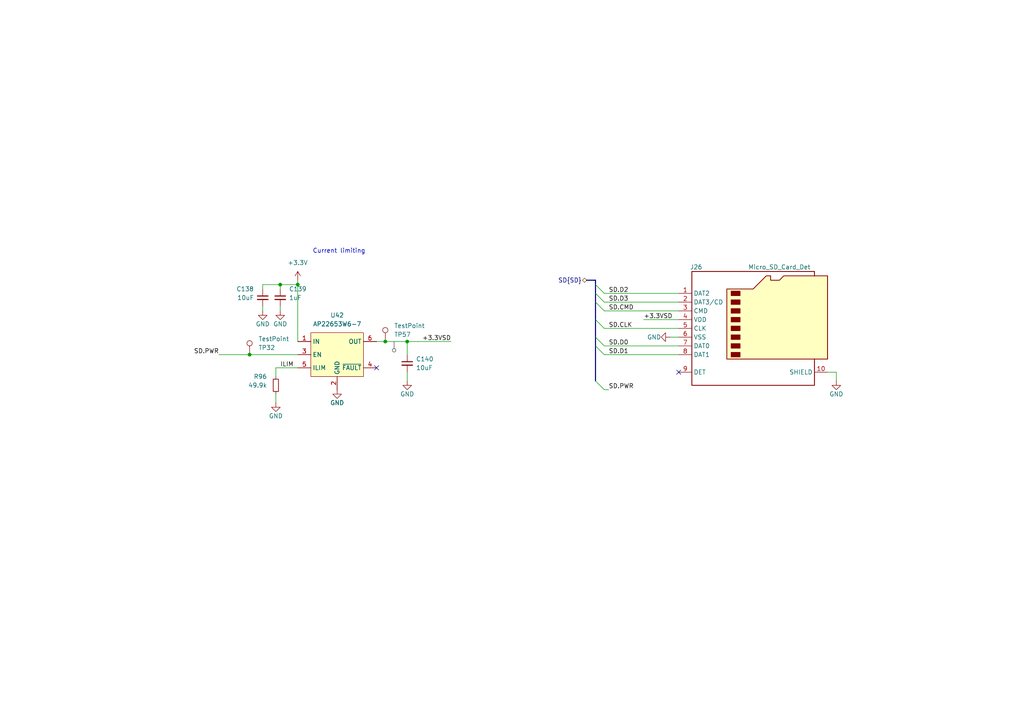
<source format=kicad_sch>
(kicad_sch (version 20250114) (generator "eeschema") (generator_version "9.0")
  (paper "A4")
  (title_block (title "HALPI2") (date "2025-08-15") (rev "v0.5.0") (company "Hat Labs Oy") (comment 1 "https://ohwr.org/cern_ohl_s_v2.pdf") (comment 2 "To view a copy of this license, visit ") (comment 3 "HALPI2 is licensed under CERN-OHL-S v2."))
  (lib_symbols
    (symbol "Connector:Micro_SD_Card_Det1"
      (property "Reference" "J" (at -16.51 17.78 0))
      (property "Value" "Micro_SD_Card_Det1" (at 16.51 17.78 0))
      (symbol "Micro_SD_Card_Det1_0_1"
        (polyline (pts (xy -8.89 -8.89) (xy -8.89 11.43) (xy -1.27 11.43) (xy 2.54 15.24) (xy 3.81 15.24) (xy 3.81 13.97) (xy 6.35 13.97) (xy 7.62 15.24) (xy 20.32 15.24) (xy 20.32 -8.89) (xy -8.89 -8.89)) (stroke (width 0.254)) (fill (type background)))
        (rectangle (start -7.62 10.795) (end -5.08 9.525) (stroke (width 0.254)) (fill (type outline)))
        (rectangle (start -7.62 8.255) (end -5.08 6.985) (stroke (width 0.254)) (fill (type outline)))
        (rectangle (start -7.62 5.715) (end -5.08 4.445) (stroke (width 0.254)) (fill (type outline)))
        (rectangle (start -7.62 3.175) (end -5.08 1.905) (stroke (width 0.254)) (fill (type outline)))
        (rectangle (start -7.62 0.635) (end -5.08 -0.635) (stroke (width 0.254)) (fill (type outline)))
        (rectangle (start -7.62 -1.905) (end -5.08 -3.175) (stroke (width 0.254)) (fill (type outline)))
        (rectangle (start -7.62 -4.445) (end -5.08 -5.715) (stroke (width 0.254)) (fill (type outline)))
        (rectangle (start -7.62 -6.985) (end -5.08 -8.255) (stroke (width 0.254)) (fill (type outline)))
        (polyline (pts (xy 16.51 15.24) (xy 16.51 16.51) (xy -19.05 16.51) (xy -19.05 -16.51) (xy 16.51 -16.51) (xy 16.51 -8.89)) (stroke (width 0.254)))
      )
      (symbol "Micro_SD_Card_Det1_1_1"
        (pin bidirectional line (at -22.86 10.16 0) (length 3.81) (name "DAT2") (number "1"))
        (pin bidirectional line (at -22.86 7.62 0) (length 3.81) (name "DAT3/CD") (number "2"))
        (pin input line (at -22.86 5.08 0) (length 3.81) (name "CMD") (number "3"))
        (pin power_in line (at -22.86 2.54 0) (length 3.81) (name "VDD") (number "4"))
        (pin input line (at -22.86 0 0) (length 3.81) (name "CLK") (number "5"))
        (pin power_in line (at -22.86 -2.54 0) (length 3.81) (name "VSS") (number "6"))
        (pin bidirectional line (at -22.86 -5.08 0) (length 3.81) (name "DAT0") (number "7"))
        (pin bidirectional line (at -22.86 -7.62 0) (length 3.81) (name "DAT1") (number "8"))
        (pin passive line (at -22.86 -12.7 0) (length 3.81) (name "DET") (number "9"))
        (pin passive line (at 20.32 -12.7 180) (length 3.81) (name "SHIELD") (number "10"))
      )
    )
    (symbol "Connector:TestPoint" (pin_numbers (hide yes)) (pin_names (offset 0.762) (hide yes))
      (property "Reference" "TP" (at 0 6.858 0))
      (property "Value" "TestPoint" (at 0 5.08 0))
      (symbol "TestPoint_0_1"
        (circle (center 0 3.302) (radius 0.762))
      )
      (symbol "TestPoint_1_1"
        (pin passive line (at 0 0 90) (length 2.54) (name "1") (number "1"))
      )
    )
    (symbol "Device:C_Small" (pin_numbers (hide yes)) (pin_names (offset 0.254) (hide yes))
      (property "Reference" "C" (at 0.254 1.778 0))
      (property "Value" "C_Small" (at 0.254 -2.032 0))
      (symbol "C_Small_0_1"
        (polyline (pts (xy -1.524 0.508) (xy 1.524 0.508)) (stroke (width 0.3048)))
        (polyline (pts (xy -1.524 -0.508) (xy 1.524 -0.508)) (stroke (width 0.3302)))
      )
      (symbol "C_Small_1_1"
        (pin passive line (at 0 2.54 270) (length 2.032) (name "~") (number "1"))
        (pin passive line (at 0 -2.54 90) (length 2.032) (name "~") (number "2"))
      )
    )
    (symbol "Device:R_Small" (pin_numbers (hide yes)) (pin_names (offset 0.254) (hide yes))
      (property "Reference" "R" (at 0 0 90))
      (property "Value" "R_Small" (at 1.778 0 90))
      (symbol "R_Small_0_1"
        (rectangle (start -0.762 1.778) (end 0.762 -1.778) (stroke (width 0.2032)))
      )
      (symbol "R_Small_1_1"
        (pin passive line (at 0 2.54 270) (length 0.762) (name "~") (number "1"))
        (pin passive line (at 0 -2.54 90) (length 0.762) (name "~") (number "2"))
      )
    )
    (symbol "Hatlabs:AP22653"
      (property "Reference" "U" (at 0 7.62 0))
      (property "Value" "AP22653W6-7" (at 0 9.652 0))
      (symbol "AP22653_1_1"
        (rectangle (start -7.62 6.35) (end 7.62 -6.35) (fill (type background)))
        (pin power_in line (at -11.43 3.81 0) (length 3.81) (name "IN") (number "1"))
        (pin input line (at -11.43 0 0) (length 3.81) (name "EN") (number "3"))
        (pin passive line (at -11.43 -3.81 0) (length 3.81) (name "ILIM") (number "5"))
        (pin power_in line (at 0 -10.16 90) (length 3.81) (name "GND") (number "2"))
        (pin power_out line (at 11.43 3.81 180) (length 3.81) (name "OUT") (number "6"))
        (pin output line (at 11.43 -3.81 180) (length 3.81) (name "~{FAULT}") (number "4"))
      )
    )
    (symbol "power:+3.3V" (power) (pin_numbers (hide yes)) (pin_names (offset 0) (hide yes))
      (property "Value" "+3.3V" (at 0 3.556 0))
      (symbol "+3.3V_0_1"
        (polyline (pts (xy -0.762 1.27) (xy 0 2.54)))
        (polyline (pts (xy 0 2.54) (xy 0.762 1.27)))
        (polyline (pts (xy 0 0) (xy 0 2.54)))
      )
      (symbol "+3.3V_1_1"
        (pin power_in line (at 0 0 90) (length 0) (name "~") (number "1"))
      )
    )
    (symbol "power:GND" (power) (pin_numbers (hide yes)) (pin_names (offset 0) (hide yes))
      (property "Value" "GND" (at 0 -3.81 0))
      (symbol "GND_0_1"
        (polyline (pts (xy 0 0) (xy 0 -1.27) (xy 1.27 -1.27) (xy 0 -2.54) (xy -1.27 -1.27) (xy 0 -1.27)))
      )
      (symbol "GND_1_1"
        (pin power_in line (at 0 0 270) (length 0) (name "~") (number "1"))
      )
    )
  )
  (text "Current limiting" (at 90.678 72.898 0) (effects (font (size 1.27 1.27)) (justify left)))
  (junction (at 81.28 82.55))
  (junction (at 118.11 99.06) (diameter 0.9144))
  (junction (at 111.76 99.06))
  (junction (at 86.36 82.55))
  (junction (at 72.39 102.87))
  (no_connect (at 196.85 107.95))
  (no_connect (at 109.22 106.68))
  (bus_entry (at 172.72 85.09) (size 2.54 2.54) (stroke (width 0.1524)))
  (bus_entry (at 172.72 110.49) (size 2.54 2.54) (stroke (width 0.1524)))
  (bus_entry (at 172.72 97.79) (size 2.54 2.54) (stroke (width 0.1524)))
  (bus_entry (at 172.72 92.71) (size 2.54 2.54) (stroke (width 0.1524)))
  (bus_entry (at 172.72 87.63) (size 2.54 2.54) (stroke (width 0.1524)))
  (bus_entry (at 172.72 100.33) (size 2.54 2.54) (stroke (width 0.1524)))
  (bus_entry (at 172.72 82.55) (size 2.54 2.54) (stroke (width 0.1524)))
  (wire (pts (xy 80.01 114.3) (xy 80.01 116.84)))
  (bus (pts (xy 172.72 92.71) (xy 172.72 97.79)))
  (bus (pts (xy 172.72 100.33) (xy 172.72 110.49)))
  (bus (pts (xy 172.72 97.79) (xy 172.72 100.33)))
  (bus (pts (xy 172.72 85.09) (xy 172.72 87.63)))
  (bus (pts (xy 172.72 87.63) (xy 172.72 92.71)))
  (bus (pts (xy 172.72 81.28) (xy 172.72 82.55)))
  (bus (pts (xy 172.72 82.55) (xy 172.72 85.09)))
  (wire (pts (xy 175.26 113.03) (xy 176.53 113.03)))
  (wire (pts (xy 242.57 107.95) (xy 242.57 110.49)))
  (wire (pts (xy 175.26 100.33) (xy 196.85 100.33)))
  (wire (pts (xy 175.26 95.25) (xy 196.85 95.25)))
  (wire (pts (xy 118.11 107.95) (xy 118.11 110.49)))
  (wire (pts (xy 118.11 99.06) (xy 130.81 99.06)))
  (wire (pts (xy 240.03 107.95) (xy 242.57 107.95)))
  (wire (pts (xy 175.26 87.63) (xy 196.85 87.63)))
  (wire (pts (xy 86.36 82.55) (xy 86.36 99.06)))
  (wire (pts (xy 80.01 106.68) (xy 86.36 106.68)))
  (wire (pts (xy 186.69 92.71) (xy 196.85 92.71)))
  (wire (pts (xy 76.2 83.82) (xy 76.2 82.55)))
  (wire (pts (xy 81.28 88.9) (xy 81.28 90.17)))
  (wire (pts (xy 175.26 102.87) (xy 196.85 102.87)))
  (wire (pts (xy 109.22 99.06) (xy 111.76 99.06)))
  (wire (pts (xy 196.85 97.79) (xy 194.31 97.79)))
  (wire (pts (xy 81.28 82.55) (xy 86.36 82.55)))
  (wire (pts (xy 80.01 109.22) (xy 80.01 106.68)))
  (wire (pts (xy 86.36 81.28) (xy 86.36 82.55)))
  (wire (pts (xy 175.26 85.09) (xy 196.85 85.09)))
  (wire (pts (xy 175.26 90.17) (xy 196.85 90.17)))
  (wire (pts (xy 76.2 88.9) (xy 76.2 90.17)))
  (wire (pts (xy 111.76 99.06) (xy 118.11 99.06)))
  (wire (pts (xy 76.2 82.55) (xy 81.28 82.55)))
  (wire (pts (xy 72.39 102.87) (xy 86.36 102.87)))
  (wire (pts (xy 118.11 99.06) (xy 118.11 102.87)))
  (wire (pts (xy 81.28 83.82) (xy 81.28 82.55)))
  (wire (pts (xy 63.5 102.87) (xy 72.39 102.87)))
  (bus (pts (xy 170.18 81.28) (xy 172.72 81.28)))
  (label "SD.D1" (at 176.53 102.87 0))
  (label "SD.CLK" (at 176.53 95.25 0))
  (label "SD.CMD" (at 176.53 90.17 0))
  (label "SD.D2" (at 176.53 85.09 0))
  (label "+3.3VSD" (at 130.81 99.06 180))
  (label "SD.PWR" (at 176.53 113.03 0))
  (label "ILIM" (at 81.28 106.68 0))
  (label "SD.D0" (at 176.53 100.33 0))
  (label "SD.D3" (at 176.53 87.63 0))
  (label "SD.PWR" (at 63.5 102.87 180))
  (label "+3.3VSD" (at 186.69 92.71 0))
  (hierarchical_label "SD{SD}" (shape bidirectional) (at 170.18 81.28 180))
  (netclass_flag "" (length 2.54) (shape round) (at 114.3 99.06 180) (property "Netclass" "Power" (effects (hide yes))))
  (symbol (lib_id "Connector:TestPoint") (at 72.39 102.87 0) (mirror y) (unit 1)
    (property "Reference" "TP32" (at 74.93 100.8381 0) (effects (justify right)))
    (property "Value" "TestPoint" (at 74.93 98.2981 0) (effects (justify right)))
    (property "Footprint" "TestPoint:TestPoint_Pad_D1.0mm" (effects (hide yes)))
    (property "Description" "test point" (effects (hide yes)))
  )
  (symbol (lib_id "power:+3.3V") (at 86.36 81.28 0) (unit 1)
    (property "Reference" "#PWR0246" (effects (hide yes)))
    (property "Value" "+3.3V" (at 86.36 76.2 0))
    (property "Description" "Power symbol creates a global label with name \"+3.3V\"" (effects (hide yes)))
  )
  (symbol (lib_id "Device:R_Small") (at 80.01 111.76 0) (mirror x) (unit 1)
    (property "Reference" "R96" (at 77.47 109.2199 0) (effects (justify right)))
    (property "Value" "49.9k" (at 77.47 111.7599 0) (effects (justify right)))
    (property "Footprint" "Resistor_SMD:R_0603_1608Metric" (effects (hide yes)))
    (property "Description" "Resistor, small symbol" (effects (hide yes)))
    (property "LCSC" "C23184" (effects (hide yes)))
  )
  (symbol (lib_id "Connector:Micro_SD_Card_Det1") (at 219.71 95.25 0) (unit 1)
    (property "Reference" "J26" (at 201.93 77.47 0))
    (property "Value" "Micro_SD_Card_Det" (at 226.06 77.47 0))
    (property "Footprint" "Hatlabs:MicroSD_SHOU-HAN_TF-PUSH" (effects (hide yes)))
    (property "Datasheet" "https://datasheet.lcsc.com/lcsc/2110151630_XKB-Connectivity-XKTF-015-N_C381082.pdf" (effects (hide yes)))
    (property "Description" "Micro SD Card Socket with one card detection pin" (effects (hide yes)))
    (property "LCSC" "C393941" (effects (hide yes)))
  )
  (symbol (lib_id "power:GND") (at 76.2 90.17 0) (unit 1)
    (property "Reference" "#PWR0243" (effects (hide yes)))
    (property "Value" "GND" (at 76.2 93.98 0))
    (property "Description" "Power symbol creates a global label with name \"GND\" , ground" (effects (hide yes)))
    (property "Config" "+SDCard" (effects (hide yes)))
  )
  (symbol (lib_id "Hatlabs:AP22653") (at 97.79 102.87 0) (unit 1)
    (property "Reference" "U42" (at 97.79 91.44 0))
    (property "Value" "AP22653W6-7" (at 97.79 93.98 0))
    (property "Footprint" "Package_TO_SOT_SMD:SOT-23-6" (effects (hide yes)))
    (property "Datasheet" "https://jlcpcb.com/api/file/downloadByFileSystemAccessId/8560085854287642624" (effects (hide yes)))
    (property "Description" "3V~5.5V 65mΩ 2.1A 1 SOT-26 Power Distribution Switches ROHS" (effects (hide yes)))
    (property "LCSC" "C2158037" (effects (hide yes)))
    (property "JLCPCB_CORRECTION" "0;0;180" (effects (hide yes)))
  )
  (symbol (lib_id "Device:C_Small") (at 81.28 86.36 0) (unit 1)
    (property "Reference" "C139" (at 83.82 83.8262 0) (effects (justify left)))
    (property "Value" "1uF" (at 83.82 86.3662 0) (effects (justify left)))
    (property "Footprint" "Capacitor_SMD:C_0402_1005Metric" (effects (hide yes)))
    (property "Description" "Unpolarized capacitor, small symbol" (effects (hide yes)))
    (property "LCSC" "C52923" (effects (hide yes)))
  )
  (symbol (lib_id "Connector:TestPoint") (at 111.76 99.06 0) (mirror y) (unit 1)
    (property "Reference" "TP57" (at 114.3 97.0281 0) (effects (justify right)))
    (property "Value" "TestPoint" (at 114.3 94.4881 0) (effects (justify right)))
    (property "Footprint" "TestPoint:TestPoint_Pad_D1.0mm" (effects (hide yes)))
    (property "Description" "test point" (effects (hide yes)))
  )
  (symbol (lib_id "Device:C_Small") (at 118.11 105.41 0) (unit 1)
    (property "Reference" "C140" (at 120.65 104.14 0) (effects (justify left)))
    (property "Value" "10uF" (at 120.65 106.68 0) (effects (justify left)))
    (property "Footprint" "Capacitor_SMD:C_0805_2012Metric" (effects (hide yes)))
    (property "Description" "Unpolarized capacitor, small symbol" (effects (hide yes)))
    (property "LCSC" "C15850" (effects (hide yes)))
  )
  (symbol (lib_id "power:GND") (at 97.79 113.03 0) (unit 1)
    (property "Reference" "#PWR0247" (effects (hide yes)))
    (property "Value" "GND" (at 97.79 116.84 0))
    (property "Description" "Power symbol creates a global label with name \"GND\" , ground" (effects (hide yes)))
    (property "Config" "+SDCard" (effects (hide yes)))
  )
  (symbol (lib_id "power:GND") (at 80.01 116.84 0) (mirror y) (unit 1)
    (property "Reference" "#PWR0244" (effects (hide yes)))
    (property "Value" "GND" (at 80.01 120.65 0))
    (property "Description" "Power symbol creates a global label with name \"GND\" , ground" (effects (hide yes)))
    (property "Config" "+SDCard" (effects (hide yes)))
  )
  (symbol (lib_id "power:GND") (at 194.31 97.79 270) (unit 1)
    (property "Reference" "#PWR0249" (effects (hide yes)))
    (property "Value" "GND" (at 191.77 97.79 90) (effects (justify right)))
    (property "Description" "Power symbol creates a global label with name \"GND\" , ground" (effects (hide yes)))
  )
  (symbol (lib_id "Device:C_Small") (at 76.2 86.36 0) (unit 1)
    (property "Reference" "C138" (at 73.66 83.8262 0) (effects (justify right)))
    (property "Value" "10uF" (at 73.66 86.3662 0) (effects (justify right)))
    (property "Footprint" "Capacitor_SMD:C_0805_2012Metric" (effects (hide yes)))
    (property "Description" "Unpolarized capacitor, small symbol" (effects (hide yes)))
    (property "LCSC" "C15850" (effects (hide yes)))
  )
  (symbol (lib_id "power:GND") (at 118.11 110.49 0) (unit 1)
    (property "Reference" "#PWR0248" (effects (hide yes)))
    (property "Value" "GND" (at 118.11 114.3 0))
    (property "Description" "Power symbol creates a global label with name \"GND\" , ground" (effects (hide yes)))
    (property "Config" "+SDCard" (effects (hide yes)))
  )
  (symbol (lib_id "power:GND") (at 242.57 110.49 0) (unit 1)
    (property "Reference" "#PWR0250" (effects (hide yes)))
    (property "Value" "GND" (at 242.57 114.3 0))
    (property "Description" "Power symbol creates a global label with name \"GND\" , ground" (effects (hide yes)))
  )
  (symbol (lib_id "power:GND") (at 81.28 90.17 0) (unit 1)
    (property "Reference" "#PWR0245" (effects (hide yes)))
    (property "Value" "GND" (at 81.28 93.98 0))
    (property "Description" "Power symbol creates a global label with name \"GND\" , ground" (effects (hide yes)))
    (property "Config" "+SDCard" (effects (hide yes)))
  )
)
</source>
